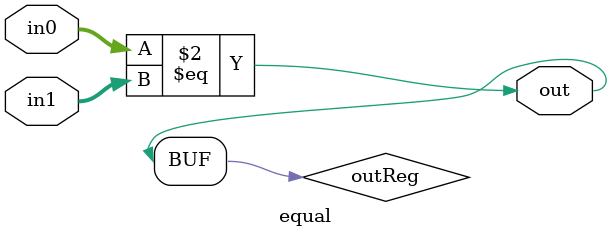
<source format=v>
module equal#(parameter DATA_SIZE = 8)
             (input [DATA_SIZE-1:0] in0, input [DATA_SIZE-1:0] in1, output out);
    reg outReg;
    
    assign out = outReg;
    
    always @* begin
        outReg = (in0 == in1);
    end
endmodule

</source>
